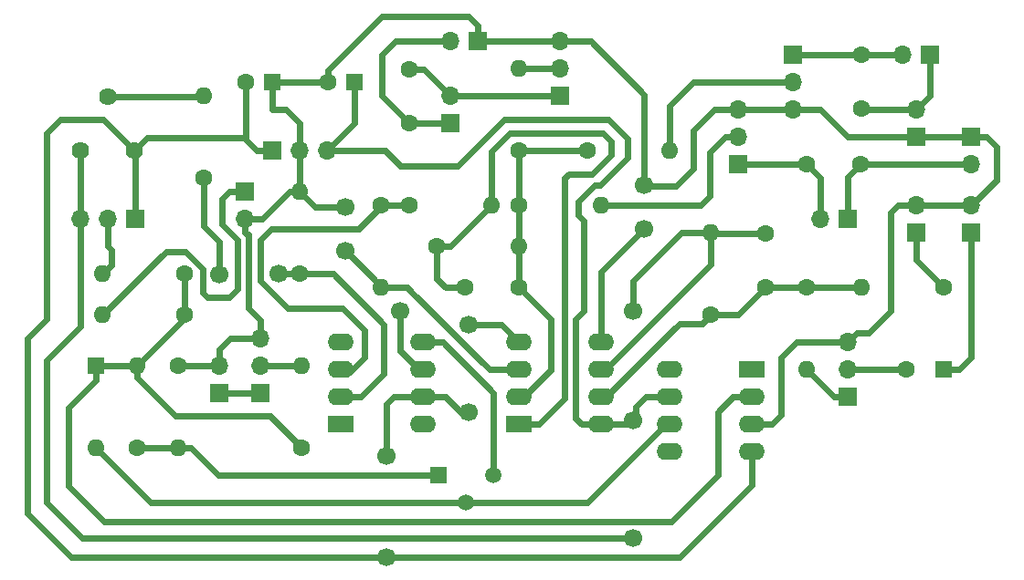
<source format=gbr>
G04 #@! TF.GenerationSoftware,KiCad,Pcbnew,(5.0.2)-1*
G04 #@! TF.CreationDate,2019-03-03T17:40:35+00:00*
G04 #@! TF.ProjectId,flipped,666c6970-7065-4642-9e6b-696361645f70,rev?*
G04 #@! TF.SameCoordinates,Original*
G04 #@! TF.FileFunction,Copper,L1,Top*
G04 #@! TF.FilePolarity,Positive*
%FSLAX46Y46*%
G04 Gerber Fmt 4.6, Leading zero omitted, Abs format (unit mm)*
G04 Created by KiCad (PCBNEW (5.0.2)-1) date 03/03/2019 17:40:35*
%MOMM*%
%LPD*%
G01*
G04 APERTURE LIST*
G04 #@! TA.AperFunction,ComponentPad*
%ADD10R,2.400000X1.600000*%
G04 #@! TD*
G04 #@! TA.AperFunction,ComponentPad*
%ADD11O,2.400000X1.600000*%
G04 #@! TD*
G04 #@! TA.AperFunction,ComponentPad*
%ADD12C,1.600000*%
G04 #@! TD*
G04 #@! TA.AperFunction,ComponentPad*
%ADD13R,1.600000X1.600000*%
G04 #@! TD*
G04 #@! TA.AperFunction,ComponentPad*
%ADD14O,1.600000X1.600000*%
G04 #@! TD*
G04 #@! TA.AperFunction,ComponentPad*
%ADD15R,1.700000X1.700000*%
G04 #@! TD*
G04 #@! TA.AperFunction,ComponentPad*
%ADD16O,1.700000X1.700000*%
G04 #@! TD*
G04 #@! TA.AperFunction,ComponentPad*
%ADD17C,1.500000*%
G04 #@! TD*
G04 #@! TA.AperFunction,ComponentPad*
%ADD18R,1.500000X1.500000*%
G04 #@! TD*
G04 #@! TA.AperFunction,ComponentPad*
%ADD19C,1.620000*%
G04 #@! TD*
G04 #@! TA.AperFunction,ViaPad*
%ADD20C,1.700000*%
G04 #@! TD*
G04 #@! TA.AperFunction,Conductor*
%ADD21C,0.600000*%
G04 #@! TD*
G04 APERTURE END LIST*
D10*
G04 #@! TO.P,U3,1*
G04 #@! TO.N,Net-(U3-Pad1)*
X58485367Y-36504840D03*
D11*
G04 #@! TO.P,U3,5*
G04 #@! TO.N,Net-(U3-Pad5)*
X50865367Y-44124840D03*
G04 #@! TO.P,U3,2*
G04 #@! TO.N,Net-(D1-Pad1)*
X58485367Y-39044840D03*
G04 #@! TO.P,U3,6*
G04 #@! TO.N,Net-(D1-Pad2)*
X50865367Y-41584840D03*
G04 #@! TO.P,U3,3*
G04 #@! TO.N,GNDREF*
X58485367Y-41584840D03*
G04 #@! TO.P,U3,7*
G04 #@! TO.N,+15V*
X50865367Y-39044840D03*
G04 #@! TO.P,U3,4*
G04 #@! TO.N,-15V*
X58485367Y-44124840D03*
G04 #@! TO.P,U3,8*
G04 #@! TO.N,Net-(U3-Pad8)*
X50865367Y-36504840D03*
G04 #@! TD*
D12*
G04 #@! TO.P,C1,2*
G04 #@! TO.N,Net-(C1-Pad2)*
X36895367Y-28884840D03*
G04 #@! TO.P,C1,1*
G04 #@! TO.N,Net-(C1-Pad1)*
X31895367Y-28884840D03*
G04 #@! TD*
G04 #@! TO.P,C2,1*
G04 #@! TO.N,Net-(C2-Pad1)*
X59755367Y-28884840D03*
G04 #@! TO.P,C2,2*
G04 #@! TO.N,Net-(C2-Pad2)*
X59755367Y-23884840D03*
G04 #@! TD*
G04 #@! TO.P,C3,2*
G04 #@! TO.N,Net-(C3-Pad2)*
X26735367Y-13644840D03*
G04 #@! TO.P,C3,1*
G04 #@! TO.N,Net-(C3-Pad1)*
X26735367Y-8644840D03*
G04 #@! TD*
G04 #@! TO.P,C4,1*
G04 #@! TO.N,Net-(C4-Pad1)*
X63565367Y-17454840D03*
G04 #@! TO.P,C4,2*
G04 #@! TO.N,Net-(C4-Pad2)*
X68565367Y-17454840D03*
G04 #@! TD*
G04 #@! TO.P,C9,1*
G04 #@! TO.N,Net-(C9-Pad1)*
X68645367Y-7294840D03*
G04 #@! TO.P,C9,2*
G04 #@! TO.N,Net-(C9-Pad2)*
X68645367Y-12294840D03*
G04 #@! TD*
D13*
G04 #@! TO.P,C12,1*
G04 #@! TO.N,Net-(C12-Pad1)*
X76265367Y-36504840D03*
D12*
G04 #@! TO.P,C12,2*
G04 #@! TO.N,Net-(C12-Pad2)*
X72765367Y-36504840D03*
G04 #@! TD*
D13*
G04 #@! TO.P,D1,1*
G04 #@! TO.N,Net-(D1-Pad1)*
X-2308242Y-36122590D03*
D14*
G04 #@! TO.P,D1,2*
G04 #@! TO.N,Net-(D1-Pad2)*
X-2308242Y-43742590D03*
G04 #@! TD*
D15*
G04 #@! TO.P,J1,T*
G04 #@! TO.N,GNDREF*
X73725367Y-14914840D03*
D16*
G04 #@! TO.P,J1,S*
G04 #@! TO.N,Net-(C9-Pad2)*
X73725367Y-12374840D03*
G04 #@! TD*
D15*
G04 #@! TO.P,J2,T*
G04 #@! TO.N,GNDREF*
X33085367Y-6024840D03*
D16*
G04 #@! TO.P,J2,S*
G04 #@! TO.N,Net-(C3-Pad2)*
X30545367Y-6024840D03*
G04 #@! TD*
D15*
G04 #@! TO.P,J3,T*
G04 #@! TO.N,GNDREF*
X78805367Y-14914840D03*
D16*
G04 #@! TO.P,J3,S*
G04 #@! TO.N,Net-(C4-Pad2)*
X78805367Y-17454840D03*
G04 #@! TD*
G04 #@! TO.P,J4,S*
G04 #@! TO.N,GNDREF*
X11495367Y-22534840D03*
D15*
G04 #@! TO.P,J4,T*
G04 #@! TO.N,Net-(J4-PadT)*
X11495367Y-19994840D03*
G04 #@! TD*
G04 #@! TO.P,J5,T*
G04 #@! TO.N,Net-(J5-PadT)*
X9121758Y-38662590D03*
D16*
G04 #@! TO.P,J5,S*
G04 #@! TO.N,GNDREF*
X9121758Y-36122590D03*
G04 #@! TD*
G04 #@! TO.P,J6,S*
G04 #@! TO.N,GNDREF*
X73725367Y-21264840D03*
D15*
G04 #@! TO.P,J6,T*
G04 #@! TO.N,Net-(J6-PadT)*
X73725367Y-23804840D03*
G04 #@! TD*
D16*
G04 #@! TO.P,J7,S*
G04 #@! TO.N,GNDREF*
X78805367Y-21264840D03*
D15*
G04 #@! TO.P,J7,T*
G04 #@! TO.N,Net-(C12-Pad1)*
X78805367Y-23804840D03*
G04 #@! TD*
D12*
G04 #@! TO.P,R1,1*
G04 #@! TO.N,Net-(R1-Pad1)*
X24107758Y-21263590D03*
D14*
G04 #@! TO.P,R1,2*
G04 #@! TO.N,GNDREF*
X24107758Y-28883590D03*
G04 #@! TD*
G04 #@! TO.P,R2,2*
G04 #@! TO.N,Net-(R19-PAD2-Pad2)*
X36895367Y-8564840D03*
D12*
G04 #@! TO.P,R2,1*
G04 #@! TO.N,Net-(C1-Pad2)*
X36895367Y-16184840D03*
G04 #@! TD*
G04 #@! TO.P,R3,1*
G04 #@! TO.N,Net-(J6-PadT)*
X76265367Y-28884840D03*
D14*
G04 #@! TO.P,R3,2*
G04 #@! TO.N,Net-(C2-Pad1)*
X68645367Y-28884840D03*
G04 #@! TD*
G04 #@! TO.P,R4,2*
G04 #@! TO.N,Net-(R20-PAD3-Pad2)*
X44515367Y-21264840D03*
D12*
G04 #@! TO.P,R4,1*
G04 #@! TO.N,Net-(C1-Pad2)*
X36895367Y-21264840D03*
G04 #@! TD*
G04 #@! TO.P,R5,1*
G04 #@! TO.N,Net-(R1-Pad1)*
X26735367Y-21264840D03*
D14*
G04 #@! TO.P,R5,2*
G04 #@! TO.N,Net-(C1-Pad1)*
X34355367Y-21264840D03*
G04 #@! TD*
G04 #@! TO.P,R6,2*
G04 #@! TO.N,Net-(Q1-Pad1)*
X5311758Y-43742590D03*
D12*
G04 #@! TO.P,R6,1*
G04 #@! TO.N,GNDREF*
X5311758Y-36122590D03*
G04 #@! TD*
D14*
G04 #@! TO.P,R7,2*
G04 #@! TO.N,Net-(R4-LEVEL1-Pad1)*
X63565367Y-36504840D03*
D12*
G04 #@! TO.P,R7,1*
G04 #@! TO.N,Net-(C2-Pad1)*
X63565367Y-28884840D03*
G04 #@! TD*
G04 #@! TO.P,R8,1*
G04 #@! TO.N,Net-(C2-Pad1)*
X54675367Y-31424840D03*
D14*
G04 #@! TO.P,R8,2*
G04 #@! TO.N,Net-(C2-Pad2)*
X54675367Y-23804840D03*
G04 #@! TD*
D12*
G04 #@! TO.P,R9,1*
G04 #@! TO.N,Net-(C1-Pad2)*
X43245367Y-16184840D03*
D14*
G04 #@! TO.P,R9,2*
G04 #@! TO.N,Net-(R18-PAD1-Pad2)*
X50865367Y-16184840D03*
G04 #@! TD*
D12*
G04 #@! TO.P,R10,1*
G04 #@! TO.N,Net-(R10-Pad1)*
X16575367Y-27614840D03*
D14*
G04 #@! TO.P,R10,2*
G04 #@! TO.N,GNDREF*
X16575367Y-19994840D03*
G04 #@! TD*
D12*
G04 #@! TO.P,R12,1*
G04 #@! TO.N,Net-(D1-Pad1)*
X5907367Y-31424840D03*
D14*
G04 #@! TO.P,R12,2*
G04 #@! TO.N,Net-(J4-PadT)*
X-1712633Y-31424840D03*
G04 #@! TD*
G04 #@! TO.P,R13,2*
G04 #@! TO.N,Net-(R13-Pad2)*
X16741758Y-36122590D03*
D12*
G04 #@! TO.P,R13,1*
G04 #@! TO.N,Net-(D1-Pad1)*
X16741758Y-43742590D03*
G04 #@! TD*
D14*
G04 #@! TO.P,R14,2*
G04 #@! TO.N,Net-(C1-Pad2)*
X36895367Y-25074840D03*
D12*
G04 #@! TO.P,R14,1*
G04 #@! TO.N,Net-(C1-Pad1)*
X29275367Y-25074840D03*
G04 #@! TD*
D14*
G04 #@! TO.P,R15,2*
G04 #@! TO.N,Net-(R15-Pad2)*
X7685367Y-11104840D03*
D12*
G04 #@! TO.P,R15,1*
G04 #@! TO.N,Net-(R10-Pad1)*
X7685367Y-18724840D03*
G04 #@! TD*
G04 #@! TO.P,R16,1*
G04 #@! TO.N,Net-(Q1-Pad1)*
X1501758Y-43742590D03*
D14*
G04 #@! TO.P,R16,2*
G04 #@! TO.N,Net-(D1-Pad1)*
X1501758Y-36122590D03*
G04 #@! TD*
G04 #@! TO.P,R23,2*
G04 #@! TO.N,Net-(R22-INITIAL1-Pad2)*
X-1712633Y-27614840D03*
D12*
G04 #@! TO.P,R23,1*
G04 #@! TO.N,Net-(D1-Pad1)*
X5907367Y-27614840D03*
G04 #@! TD*
D15*
G04 #@! TO.P,R18-PAD1,1*
G04 #@! TO.N,Net-(C9-Pad1)*
X62295367Y-7294840D03*
D16*
G04 #@! TO.P,R18-PAD1,2*
G04 #@! TO.N,Net-(R18-PAD1-Pad2)*
X62295367Y-9834840D03*
G04 #@! TO.P,R18-PAD1,3*
G04 #@! TO.N,GNDREF*
X62295367Y-12374840D03*
G04 #@! TD*
G04 #@! TO.P,R19-PAD2,3*
G04 #@! TO.N,GNDREF*
X40705367Y-6024840D03*
G04 #@! TO.P,R19-PAD2,2*
G04 #@! TO.N,Net-(R19-PAD2-Pad2)*
X40705367Y-8564840D03*
D15*
G04 #@! TO.P,R19-PAD2,1*
G04 #@! TO.N,Net-(C3-Pad1)*
X40705367Y-11104840D03*
G04 #@! TD*
G04 #@! TO.P,R20-PAD3,1*
G04 #@! TO.N,Net-(C4-Pad1)*
X57215367Y-17454840D03*
D16*
G04 #@! TO.P,R20-PAD3,2*
G04 #@! TO.N,Net-(R20-PAD3-Pad2)*
X57215367Y-14914840D03*
G04 #@! TO.P,R20-PAD3,3*
G04 #@! TO.N,GNDREF*
X57215367Y-12374840D03*
G04 #@! TD*
D15*
G04 #@! TO.P,R21-ATTEN1,1*
G04 #@! TO.N,Net-(J5-PadT)*
X12931758Y-38662590D03*
D16*
G04 #@! TO.P,R21-ATTEN1,2*
G04 #@! TO.N,Net-(R13-Pad2)*
X12931758Y-36122590D03*
G04 #@! TO.P,R21-ATTEN1,3*
G04 #@! TO.N,GNDREF*
X12931758Y-33582590D03*
G04 #@! TD*
G04 #@! TO.P,R22-INITIAL1,3*
G04 #@! TO.N,+15V*
X-3744633Y-22534840D03*
G04 #@! TO.P,R22-INITIAL1,2*
G04 #@! TO.N,Net-(R22-INITIAL1-Pad2)*
X-1204633Y-22534840D03*
D15*
G04 #@! TO.P,R22-INITIAL1,1*
G04 #@! TO.N,-15V*
X1335367Y-22534840D03*
G04 #@! TD*
D16*
G04 #@! TO.P,R4-LEVEL1,3*
G04 #@! TO.N,GNDREF*
X67375367Y-33964840D03*
G04 #@! TO.P,R4-LEVEL1,2*
G04 #@! TO.N,Net-(C12-Pad2)*
X67375367Y-36504840D03*
D15*
G04 #@! TO.P,R4-LEVEL1,1*
G04 #@! TO.N,Net-(R4-LEVEL1-Pad1)*
X67375367Y-39044840D03*
G04 #@! TD*
D10*
G04 #@! TO.P,U1,1*
G04 #@! TO.N,Net-(U1-Pad1)*
X20385367Y-41584840D03*
D11*
G04 #@! TO.P,U1,5*
G04 #@! TO.N,Net-(Q1-Pad3)*
X28005367Y-33964840D03*
G04 #@! TO.P,U1,2*
G04 #@! TO.N,Net-(R10-Pad1)*
X20385367Y-39044840D03*
G04 #@! TO.P,U1,6*
G04 #@! TO.N,Net-(C2-Pad2)*
X28005367Y-36504840D03*
G04 #@! TO.P,U1,3*
G04 #@! TO.N,Net-(R1-Pad1)*
X20385367Y-36504840D03*
G04 #@! TO.P,U1,7*
G04 #@! TO.N,-15V*
X28005367Y-39044840D03*
G04 #@! TO.P,U1,4*
G04 #@! TO.N,Net-(U1-Pad4)*
X20385367Y-33964840D03*
G04 #@! TO.P,U1,8*
G04 #@! TO.N,Net-(U1-Pad8)*
X28005367Y-41584840D03*
G04 #@! TD*
G04 #@! TO.P,U2,8*
G04 #@! TO.N,+15V*
X44515367Y-41584840D03*
G04 #@! TO.P,U2,4*
G04 #@! TO.N,-15V*
X36895367Y-33964840D03*
G04 #@! TO.P,U2,7*
G04 #@! TO.N,Net-(C2-Pad1)*
X44515367Y-39044840D03*
G04 #@! TO.P,U2,3*
G04 #@! TO.N,GNDREF*
X36895367Y-36504840D03*
G04 #@! TO.P,U2,6*
G04 #@! TO.N,Net-(C2-Pad2)*
X44515367Y-36504840D03*
G04 #@! TO.P,U2,2*
G04 #@! TO.N,Net-(C1-Pad2)*
X36895367Y-39044840D03*
G04 #@! TO.P,U2,5*
G04 #@! TO.N,GNDREF*
X44515367Y-33964840D03*
D10*
G04 #@! TO.P,U2,1*
G04 #@! TO.N,Net-(C1-Pad1)*
X36895367Y-41584840D03*
G04 #@! TD*
D17*
G04 #@! TO.P,Q1,2*
G04 #@! TO.N,Net-(D1-Pad2)*
X31981758Y-48822590D03*
G04 #@! TO.P,Q1,3*
G04 #@! TO.N,Net-(Q1-Pad3)*
X34521758Y-46282590D03*
D18*
G04 #@! TO.P,Q1,1*
G04 #@! TO.N,Net-(Q1-Pad1)*
X29441758Y-46282590D03*
G04 #@! TD*
D13*
G04 #@! TO.P,C13,1*
G04 #@! TO.N,+15V*
X21655367Y-9834840D03*
D12*
G04 #@! TO.P,C13,2*
G04 #@! TO.N,GNDREF*
X19155367Y-9834840D03*
G04 #@! TD*
G04 #@! TO.P,C14,2*
G04 #@! TO.N,-15V*
X11535367Y-9834840D03*
D13*
G04 #@! TO.P,C14,1*
G04 #@! TO.N,GNDREF*
X14035367Y-9834840D03*
G04 #@! TD*
D15*
G04 #@! TO.P,J8,1*
G04 #@! TO.N,-15V*
X14035367Y-16184840D03*
D16*
G04 #@! TO.P,J8,2*
G04 #@! TO.N,GNDREF*
X16575367Y-16184840D03*
G04 #@! TO.P,J8,3*
G04 #@! TO.N,+15V*
X19115367Y-16184840D03*
G04 #@! TD*
D15*
G04 #@! TO.P,SW1,1*
G04 #@! TO.N,Net-(C9-Pad2)*
X74995367Y-7294840D03*
D16*
G04 #@! TO.P,SW1,2*
G04 #@! TO.N,Net-(C9-Pad1)*
X72455367Y-7294840D03*
G04 #@! TD*
G04 #@! TO.P,SW2,2*
G04 #@! TO.N,Net-(C3-Pad1)*
X30545367Y-11104840D03*
D15*
G04 #@! TO.P,SW2,1*
G04 #@! TO.N,Net-(C3-Pad2)*
X30545367Y-13644840D03*
G04 #@! TD*
G04 #@! TO.P,SW3,1*
G04 #@! TO.N,Net-(C4-Pad2)*
X67375367Y-22534840D03*
D16*
G04 #@! TO.P,SW3,2*
G04 #@! TO.N,Net-(C4-Pad1)*
X64835367Y-22534840D03*
G04 #@! TD*
D19*
G04 #@! TO.P,R17-OFFSET-TRIM1,3*
G04 #@! TO.N,-15V*
X1255367Y-16184840D03*
G04 #@! TO.P,R17-OFFSET-TRIM1,2*
G04 #@! TO.N,Net-(R15-Pad2)*
X-1244633Y-11184840D03*
G04 #@! TO.P,R17-OFFSET-TRIM1,1*
G04 #@! TO.N,+15V*
X-3744633Y-16184840D03*
G04 #@! TD*
D20*
G04 #@! TO.N,Net-(C2-Pad2)*
X47475758Y-31042590D03*
X25885758Y-31042590D03*
G04 #@! TO.N,GNDREF*
X20805758Y-25454590D03*
X20805758Y-21390590D03*
X48491758Y-23422590D03*
X48491758Y-19358590D03*
G04 #@! TO.N,Net-(R10-Pad1)*
X14581508Y-27614840D03*
X9070958Y-27689790D03*
G04 #@! TO.N,-15V*
X24615758Y-53902590D03*
X24615758Y-44504590D03*
X32235758Y-40440590D03*
X32235758Y-32337990D03*
G04 #@! TO.N,+15V*
X47475758Y-52124590D03*
X47475758Y-41202590D03*
G04 #@! TD*
D21*
G04 #@! TO.N,Net-(C1-Pad2)*
X36895367Y-21264840D02*
X36895367Y-16184840D01*
X36895367Y-16184840D02*
X43245367Y-16184840D01*
X36895367Y-21264840D02*
X36895367Y-25074840D01*
X36895367Y-25074840D02*
X36895367Y-28884840D01*
X36895367Y-28884840D02*
X39815117Y-31804590D01*
X37295367Y-39044840D02*
X36895367Y-39044840D01*
X39815117Y-36525090D02*
X37295367Y-39044840D01*
X39815117Y-31804590D02*
X39815117Y-36525090D01*
G04 #@! TO.N,Net-(C1-Pad1)*
X30545367Y-25074840D02*
X34355367Y-21264840D01*
X29275367Y-25074840D02*
X30545367Y-25074840D01*
X31895367Y-28884840D02*
X30078008Y-28884840D01*
X29275367Y-28082199D02*
X29275367Y-25074840D01*
X30078008Y-28884840D02*
X29275367Y-28082199D01*
X36895367Y-41584840D02*
X37295367Y-41584840D01*
X34355367Y-16222981D02*
X34355367Y-21264840D01*
X36045758Y-14532590D02*
X34355367Y-16222981D01*
X45443758Y-15294590D02*
X44681758Y-14532590D01*
X45443758Y-16564590D02*
X45443758Y-15294590D01*
X44681758Y-14532590D02*
X36045758Y-14532590D01*
X38695367Y-41584840D02*
X41125758Y-39154449D01*
X41125758Y-39154449D02*
X41125758Y-18723590D01*
X41125758Y-18723590D02*
X41506758Y-18342590D01*
X41506758Y-18342590D02*
X43665758Y-18342590D01*
X36895367Y-41584840D02*
X38695367Y-41584840D01*
X43665758Y-18342590D02*
X45443758Y-16564590D01*
G04 #@! TO.N,Net-(C2-Pad1)*
X68645367Y-28884840D02*
X63565367Y-28884840D01*
X57215367Y-31424840D02*
X59755367Y-28884840D01*
X54675367Y-31424840D02*
X57215367Y-31424840D01*
X59755367Y-28884840D02*
X63565367Y-28884840D01*
X44915367Y-39044840D02*
X44515367Y-39044840D01*
X51735368Y-32224839D02*
X44915367Y-39044840D01*
X53875368Y-32224839D02*
X51735368Y-32224839D01*
X54675367Y-31424840D02*
X53875368Y-32224839D01*
G04 #@! TO.N,Net-(C2-Pad2)*
X59755367Y-23884840D02*
X54755367Y-23884840D01*
X44915367Y-36504840D02*
X44515367Y-36504840D01*
X54675367Y-23804840D02*
X54675367Y-26744840D01*
X54675367Y-26744840D02*
X44915367Y-36504840D01*
X27605367Y-36504840D02*
X28005367Y-36504840D01*
X47475758Y-31042590D02*
X47475758Y-28248590D01*
X51919508Y-23804840D02*
X54675367Y-23804840D01*
X47475758Y-28248590D02*
X51919508Y-23804840D01*
X25885758Y-31042590D02*
X25885758Y-34785231D01*
X25885758Y-34785231D02*
X27605367Y-36504840D01*
G04 #@! TO.N,Net-(C3-Pad2)*
X30545367Y-13644840D02*
X26735367Y-13644840D01*
X25465367Y-6024840D02*
X24195367Y-7294840D01*
X24195367Y-7294840D02*
X24195367Y-11104840D01*
X24195367Y-11104840D02*
X26735367Y-13644840D01*
X30545367Y-6024840D02*
X25465367Y-6024840D01*
G04 #@! TO.N,Net-(C3-Pad1)*
X28085367Y-8644840D02*
X30545367Y-11104840D01*
X26735367Y-8644840D02*
X28085367Y-8644840D01*
X30545367Y-11104840D02*
X40705367Y-11104840D01*
G04 #@! TO.N,Net-(C4-Pad1)*
X63565367Y-17454840D02*
X57215367Y-17454840D01*
X64835367Y-18724840D02*
X63565367Y-17454840D01*
X64835367Y-22534840D02*
X64835367Y-18724840D01*
G04 #@! TO.N,Net-(C4-Pad2)*
X78805367Y-17454840D02*
X68565367Y-17454840D01*
X67375367Y-18644840D02*
X68565367Y-17454840D01*
X67375367Y-22534840D02*
X67375367Y-18644840D01*
G04 #@! TO.N,Net-(C9-Pad1)*
X68645367Y-7294840D02*
X62295367Y-7294840D01*
X68645367Y-7294840D02*
X72455367Y-7294840D01*
G04 #@! TO.N,Net-(C9-Pad2)*
X68725367Y-12374840D02*
X68645367Y-12294840D01*
X73725367Y-12374840D02*
X68725367Y-12374840D01*
X74995367Y-11104840D02*
X73725367Y-12374840D01*
X74995367Y-7294840D02*
X74995367Y-11104840D01*
G04 #@! TO.N,Net-(C12-Pad1)*
X77665367Y-36504840D02*
X76265367Y-36504840D01*
X78805367Y-35364840D02*
X77665367Y-36504840D01*
X78805367Y-23804840D02*
X78805367Y-35364840D01*
G04 #@! TO.N,Net-(C12-Pad2)*
X67375367Y-36504840D02*
X72765367Y-36504840D01*
G04 #@! TO.N,Net-(D1-Pad1)*
X-2308242Y-36122590D02*
X1501758Y-36122590D01*
X5907367Y-27614840D02*
X5907367Y-31424840D01*
X1501758Y-37253960D02*
X5057758Y-40809960D01*
X1501758Y-36122590D02*
X1501758Y-37253960D01*
X13809128Y-40809960D02*
X16741758Y-43742590D01*
X5057758Y-40809960D02*
X13809128Y-40809960D01*
X58485367Y-39044840D02*
X56685367Y-39044840D01*
X55349758Y-42069933D02*
X55349758Y-46282590D01*
X55349758Y-46282590D02*
X51031758Y-50600590D01*
X56685367Y-39044840D02*
X55289617Y-40440590D01*
X55289617Y-40440590D02*
X55289617Y-42009792D01*
X55289617Y-42009792D02*
X55349758Y-42069933D01*
X51031758Y-50600590D02*
X-1546242Y-50600590D01*
X-1546242Y-50600590D02*
X-3578242Y-48568590D01*
X-2308242Y-37522590D02*
X-2308242Y-36122590D01*
X-4848242Y-40062590D02*
X-2308242Y-37522590D01*
X-4848242Y-47298590D02*
X-4848242Y-40062590D01*
X-3578242Y-48568590D02*
X-4848242Y-47298590D01*
X5907367Y-31716981D02*
X5907367Y-31424840D01*
X1501758Y-36122590D02*
X5907367Y-31716981D01*
G04 #@! TO.N,Net-(D1-Pad2)*
X50465367Y-41584840D02*
X50865367Y-41584840D01*
X43227617Y-48822590D02*
X50465367Y-41584840D01*
X31981758Y-48822590D02*
X43227617Y-48822590D01*
X2771758Y-48822590D02*
X-2308242Y-43742590D01*
X31981758Y-48822590D02*
X2771758Y-48822590D01*
G04 #@! TO.N,GNDREF*
X78805367Y-14914840D02*
X73725367Y-14914840D01*
X73725367Y-14914840D02*
X67375367Y-14914840D01*
X67375367Y-14914840D02*
X64835367Y-12374840D01*
X64835367Y-12374840D02*
X62295367Y-12374840D01*
X57215367Y-12374840D02*
X62295367Y-12374840D01*
X19155367Y-9834840D02*
X14035367Y-9834840D01*
X14035367Y-9834840D02*
X14035367Y-12374840D01*
X14035367Y-12374840D02*
X15305367Y-12374840D01*
X16575367Y-13644840D02*
X16575367Y-16184840D01*
X15305367Y-12374840D02*
X16575367Y-13644840D01*
X80255367Y-14914840D02*
X81143117Y-15802590D01*
X78805367Y-14914840D02*
X80255367Y-14914840D01*
X81143117Y-18927090D02*
X78805367Y-21264840D01*
X81143117Y-15802590D02*
X81143117Y-18927090D01*
X73725367Y-21264840D02*
X78805367Y-21264840D01*
X71985508Y-21264840D02*
X73725367Y-21264840D01*
X71351758Y-21898590D02*
X71985508Y-21264840D01*
X71351758Y-31042590D02*
X71351758Y-21898590D01*
X69279507Y-33114841D02*
X71351758Y-31042590D01*
X67375367Y-33964840D02*
X68225366Y-33114841D01*
X68225366Y-33114841D02*
X69279507Y-33114841D01*
X62587508Y-33964840D02*
X67375367Y-33964840D01*
X61191758Y-35360590D02*
X62587508Y-33964840D01*
X61191758Y-40678449D02*
X61191758Y-35360590D01*
X58485367Y-41584840D02*
X60285367Y-41584840D01*
X60285367Y-41584840D02*
X61191758Y-40678449D01*
X19155367Y-8703470D02*
X24131237Y-3727600D01*
X19155367Y-9834840D02*
X19155367Y-8703470D01*
X33085367Y-4574840D02*
X33085367Y-6024840D01*
X32238127Y-3727600D02*
X33085367Y-4574840D01*
X24131237Y-3727600D02*
X32238127Y-3727600D01*
X40705367Y-6024840D02*
X33085367Y-6024840D01*
X15597508Y-19994840D02*
X16575367Y-19994840D01*
X11495367Y-22534840D02*
X13057508Y-22534840D01*
X13057508Y-22534840D02*
X15597508Y-19994840D01*
X16575367Y-16184840D02*
X16575367Y-19994840D01*
X5311758Y-36122590D02*
X9121758Y-36122590D01*
X9121758Y-36122590D02*
X9121758Y-34598590D01*
X9121758Y-34598590D02*
X10137758Y-33582590D01*
X10137758Y-33582590D02*
X12931758Y-33582590D01*
X44515367Y-33964840D02*
X44515367Y-32564840D01*
X23395368Y-28084841D02*
X23395368Y-28044200D01*
X24195367Y-28884840D02*
X23395368Y-28084841D01*
X23395368Y-28044200D02*
X20805758Y-25454590D01*
X17971117Y-21390590D02*
X16575367Y-19994840D01*
X20805758Y-21390590D02*
X17971117Y-21390590D01*
X40705367Y-6024840D02*
X43540008Y-6024840D01*
X48491758Y-10976590D02*
X48491758Y-19446600D01*
X43540008Y-6024840D02*
X48491758Y-10976590D01*
X57215367Y-12374840D02*
X54967508Y-12374840D01*
X54967508Y-12374840D02*
X53063758Y-14278590D01*
X53063758Y-14278590D02*
X53063758Y-17834590D01*
X51451748Y-19446600D02*
X48491758Y-19446600D01*
X53063758Y-17834590D02*
X51451748Y-19446600D01*
X12931758Y-33582590D02*
X12931758Y-31931590D01*
X12931758Y-31931590D02*
X11788758Y-30788590D01*
X11788758Y-30788590D02*
X11788758Y-25073590D01*
X11788758Y-25073590D02*
X11788758Y-23930590D01*
X11495367Y-23736921D02*
X11495367Y-22534840D01*
X11689036Y-23930590D02*
X11495367Y-23736921D01*
X11788758Y-23930590D02*
X11689036Y-23930590D01*
X44515367Y-27398981D02*
X44515367Y-28502590D01*
X48491758Y-23422590D02*
X44515367Y-27398981D01*
X44515367Y-32564840D02*
X44515367Y-28502590D01*
X34142008Y-36504840D02*
X33886758Y-36249590D01*
X36895367Y-36504840D02*
X34142008Y-36504840D01*
X26520758Y-28883590D02*
X26901758Y-29264590D01*
X24107758Y-28883590D02*
X26520758Y-28883590D01*
X26647758Y-29010590D02*
X26901758Y-29264590D01*
X26901758Y-29264590D02*
X33886758Y-36249590D01*
G04 #@! TO.N,Net-(J4-PadT)*
X10775759Y-24441591D02*
X9375758Y-23041590D01*
X10775759Y-28626589D02*
X10775759Y-24441591D01*
X10772758Y-28629590D02*
X10775759Y-28626589D01*
X10772758Y-29010590D02*
X10772758Y-28629590D01*
X9375758Y-23041590D02*
X9375758Y-20664449D01*
X10010758Y-29772590D02*
X10772758Y-29010590D01*
X-1712633Y-31424840D02*
X4156017Y-25556190D01*
X4156017Y-25556190D02*
X5994719Y-25556190D01*
X10045367Y-19994840D02*
X11495367Y-19994840D01*
X5994719Y-25556190D02*
X7570957Y-27132428D01*
X7570957Y-27132428D02*
X7570957Y-29364789D01*
X7570957Y-29364789D02*
X7978758Y-29772590D01*
X9375758Y-20664449D02*
X10045367Y-19994840D01*
X7978758Y-29772590D02*
X10010758Y-29772590D01*
G04 #@! TO.N,Net-(J5-PadT)*
X9121758Y-38662590D02*
X12931758Y-38662590D01*
G04 #@! TO.N,Net-(J6-PadT)*
X73725367Y-26344840D02*
X73725367Y-23804840D01*
X76265367Y-28884840D02*
X73725367Y-26344840D01*
G04 #@! TO.N,Net-(Q1-Pad3)*
X29805367Y-33964840D02*
X28005367Y-33964840D01*
X34521758Y-38681231D02*
X29805367Y-33964840D01*
X34521758Y-46282590D02*
X34521758Y-38681231D01*
G04 #@! TO.N,Net-(Q1-Pad1)*
X1501758Y-43742590D02*
X5311758Y-43742590D01*
X28091758Y-46282590D02*
X29441758Y-46282590D01*
X8983128Y-46282590D02*
X28091758Y-46282590D01*
X6443128Y-43742590D02*
X8983128Y-46282590D01*
X5311758Y-43742590D02*
X6443128Y-43742590D01*
G04 #@! TO.N,Net-(R1-Pad1)*
X24195367Y-21264840D02*
X26735367Y-21264840D01*
X22037617Y-23422590D02*
X24195367Y-21264840D01*
X13947758Y-23422590D02*
X22037617Y-23422590D01*
X12931758Y-24438590D02*
X13947758Y-23422590D01*
X12931758Y-28248590D02*
X12931758Y-24438590D01*
X20551758Y-30788590D02*
X15471758Y-30788590D01*
X20385367Y-36504840D02*
X20785367Y-36504840D01*
X20785367Y-36504840D02*
X20911117Y-36630590D01*
X20911117Y-36630590D02*
X21313758Y-36630590D01*
X21313758Y-36630590D02*
X22583758Y-35360590D01*
X15471758Y-30788590D02*
X12931758Y-28248590D01*
X22583758Y-35360590D02*
X22583758Y-32820590D01*
X22583758Y-32820590D02*
X20551758Y-30788590D01*
G04 #@! TO.N,Net-(R19-PAD2-Pad2)*
X40705367Y-8564840D02*
X36895367Y-8564840D01*
G04 #@! TO.N,Net-(R20-PAD3-Pad2)*
X57215367Y-14914840D02*
X55983508Y-14914840D01*
X55983508Y-14914840D02*
X54587758Y-16310590D01*
X54587758Y-16310590D02*
X54587758Y-20374590D01*
X53697508Y-21264840D02*
X44515367Y-21264840D01*
X54587758Y-20374590D02*
X53697508Y-21264840D01*
G04 #@! TO.N,Net-(R4-LEVEL1-Pad1)*
X66105367Y-39044840D02*
X63565367Y-36504840D01*
X67375367Y-39044840D02*
X66105367Y-39044840D01*
G04 #@! TO.N,Net-(R18-PAD1-Pad2)*
X53023117Y-9834840D02*
X50865367Y-11992590D01*
X62295367Y-9834840D02*
X53023117Y-9834840D01*
X50865367Y-11992590D02*
X50865367Y-16184840D01*
G04 #@! TO.N,Net-(R10-Pad1)*
X16575367Y-27614840D02*
X14581508Y-27614840D01*
X7685367Y-19856210D02*
X7685367Y-18724840D01*
X7685367Y-23188293D02*
X7685367Y-19856210D01*
X22185367Y-39044840D02*
X23599758Y-37630449D01*
X20385367Y-39044840D02*
X22185367Y-39044840D01*
X23599758Y-37630449D02*
X23615899Y-37630449D01*
X24361758Y-36884590D02*
X24361758Y-32312590D01*
X19664008Y-27614840D02*
X16575367Y-27614840D01*
X23615899Y-37630449D02*
X24361758Y-36884590D01*
X24361758Y-32312590D02*
X19664008Y-27614840D01*
X7685367Y-23188293D02*
X7685367Y-23205399D01*
X7685367Y-23205399D02*
X9070958Y-24590990D01*
X9070958Y-24590990D02*
X9070958Y-27689790D01*
G04 #@! TO.N,Net-(R13-Pad2)*
X12931758Y-36122590D02*
X16741758Y-36122590D01*
G04 #@! TO.N,Net-(R15-Pad2)*
X7605367Y-11184840D02*
X7685367Y-11104840D01*
X-1244633Y-11184840D02*
X7605367Y-11184840D01*
G04 #@! TO.N,Net-(R22-INITIAL1-Pad2)*
X-912634Y-26814841D02*
X-912634Y-25376998D01*
X-1712633Y-27614840D02*
X-912634Y-26814841D01*
X-1204633Y-25084999D02*
X-1204633Y-22534840D01*
X-912634Y-25376998D02*
X-1204633Y-25084999D01*
G04 #@! TO.N,-15V*
X1335367Y-22534840D02*
X1335367Y-16264840D01*
X1335367Y-16264840D02*
X1255367Y-16184840D01*
X12585367Y-16184840D02*
X14035367Y-16184840D01*
X11535367Y-15134840D02*
X12585367Y-16184840D01*
X11509618Y-15014841D02*
X11535367Y-15040590D01*
X2425366Y-15014841D02*
X11509618Y-15014841D01*
X1255367Y-16184840D02*
X2425366Y-15014841D01*
X11535367Y-9834840D02*
X11535367Y-15040590D01*
X11535367Y-15040590D02*
X11535367Y-15134840D01*
X58485367Y-44124840D02*
X58485367Y-47210981D01*
X58485367Y-47210981D02*
X51793758Y-53902590D01*
X51793758Y-53902590D02*
X24615758Y-53902590D01*
X25249508Y-39044840D02*
X28005367Y-39044840D01*
X24615758Y-39678590D02*
X25249508Y-39044840D01*
X28005367Y-39044840D02*
X30078008Y-39044840D01*
X30078008Y-39044840D02*
X31473758Y-40440590D01*
X31473758Y-40440590D02*
X32235758Y-40440590D01*
X-8658242Y-49838590D02*
X-4594242Y-53902590D01*
X1255367Y-16184840D02*
X-1666883Y-13262590D01*
X-1666883Y-13262590D02*
X-5610242Y-13262590D01*
X-5610242Y-13262590D02*
X-6880242Y-14532590D01*
X-4594242Y-53902590D02*
X24615758Y-53902590D01*
X-6880242Y-14532590D02*
X-6880242Y-31804590D01*
X-6880242Y-31804590D02*
X-8658242Y-33582590D01*
X-8658242Y-33582590D02*
X-8658242Y-49838590D01*
X24615758Y-42472590D02*
X24615758Y-44504590D01*
X24615758Y-42472590D02*
X24615758Y-39678590D01*
X35268517Y-32337990D02*
X32235758Y-32337990D01*
X36895367Y-33964840D02*
X35268517Y-32337990D01*
G04 #@! TO.N,+15V*
X-3744633Y-16184840D02*
X-3744633Y-22534840D01*
X21655367Y-13644840D02*
X19115367Y-16184840D01*
X21655367Y-9834840D02*
X21655367Y-13644840D01*
X44515367Y-41584840D02*
X46839508Y-41584840D01*
X46839508Y-41584840D02*
X47729758Y-40694590D01*
X47729758Y-40694590D02*
X47729758Y-39932590D01*
X48617508Y-39044840D02*
X50865367Y-39044840D01*
X47729758Y-39932590D02*
X48617508Y-39044840D01*
X42903758Y-31042590D02*
X42903758Y-22660590D01*
X42141758Y-31804590D02*
X42903758Y-31042590D01*
X42903758Y-22660590D02*
X42395758Y-22152590D01*
X42141758Y-41011231D02*
X42141758Y-31804590D01*
X44515367Y-41584840D02*
X42715367Y-41584840D01*
X42715367Y-41584840D02*
X42141758Y-41011231D01*
X42395758Y-22152590D02*
X42395758Y-20882590D01*
X42395758Y-20882590D02*
X43919758Y-19358590D01*
X44427758Y-19358590D02*
X45443758Y-18342590D01*
X43919758Y-19358590D02*
X44427758Y-19358590D01*
X45189758Y-18596590D02*
X45443758Y-18342590D01*
X24490008Y-16184840D02*
X19115367Y-16184840D01*
X25885758Y-17580590D02*
X24490008Y-16184840D01*
X46967758Y-16818590D02*
X46967758Y-15040590D01*
X45443758Y-18342590D02*
X46967758Y-16818590D01*
X46967758Y-15040590D02*
X45189758Y-13262590D01*
X45189758Y-13262590D02*
X35537758Y-13262590D01*
X35537758Y-13262590D02*
X31219758Y-17580590D01*
X31219758Y-17580590D02*
X25885758Y-17580590D01*
X-3744633Y-27232590D02*
X-3744633Y-22534840D01*
X-3744633Y-32478981D02*
X-3744633Y-27232590D01*
X-6880242Y-35614590D02*
X-3744633Y-32478981D01*
X-6880242Y-48822590D02*
X-6880242Y-35614590D01*
X-3578242Y-52124590D02*
X-6880242Y-48822590D01*
X47475758Y-52124590D02*
X-3578242Y-52124590D01*
G04 #@! TD*
M02*

</source>
